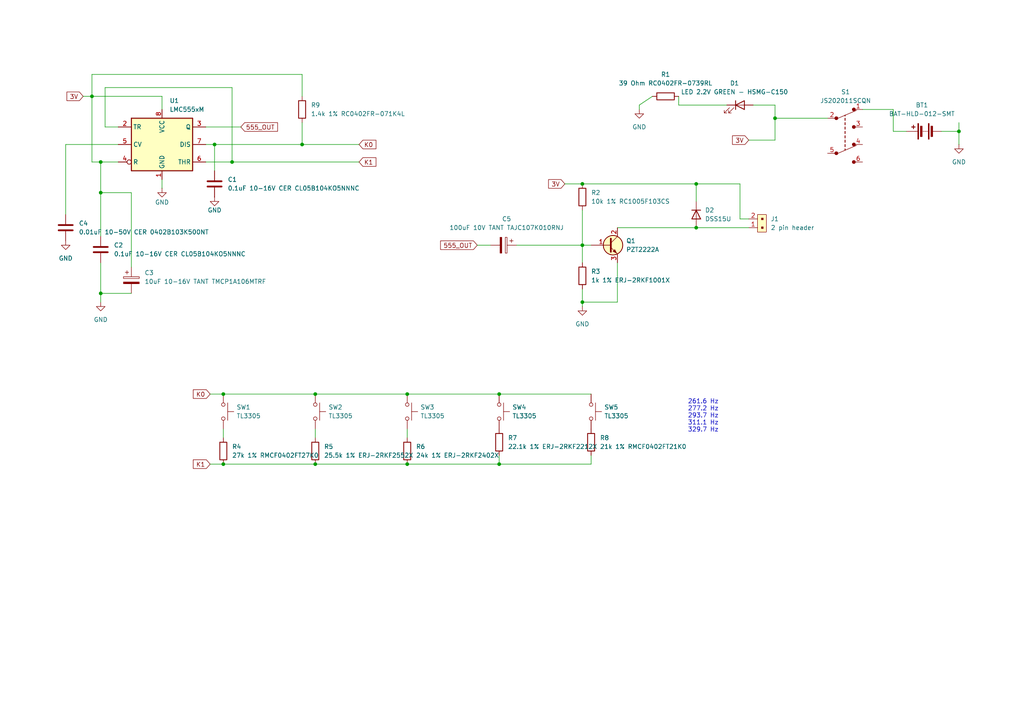
<source format=kicad_sch>
(kicad_sch (version 20231120) (generator "eeschema") (generator_version "8.0")
  (paper "A4")
  (lib_symbols
    (symbol "Device:Battery" (pin_numbers hide) (pin_names (offset 0) hide)
      (property "Reference" "BT" (at 2.54 2.54 0))
      (property "Value" "Battery" (at 2.54 0 0))
      (symbol "Battery_0_1"
        (rectangle (start -2.286 -1.27) (end 2.286 -1.524) (fill (type outline)))
        (rectangle (start -2.286 1.778) (end 2.286 1.524) (fill (type outline)))
        (rectangle (start -1.524 -2.032) (end 1.524 -2.54) (fill (type outline)))
        (rectangle (start -1.524 1.016) (end 1.524 0.508) (fill (type outline)))
        (polyline (pts (xy 0 -1.016) (xy 0 -0.762)))
        (polyline (pts (xy 0 -0.508) (xy 0 -0.254)))
        (polyline (pts (xy 0 0) (xy 0 0.254)))
        (polyline (pts (xy 0 1.778) (xy 0 2.54)))
        (polyline (pts (xy 0.762 3.048) (xy 1.778 3.048)) (stroke (width 0.254)))
        (polyline (pts (xy 1.27 3.556) (xy 1.27 2.54)) (stroke (width 0.254)))
      )
      (symbol "Battery_1_1"
        (pin passive line (at 0 5.08 270) (length 2.54) (name "+") (number "1"))
        (pin passive line (at 0 -5.08 90) (length 2.54) (name "-") (number "2"))
      )
    )
    (symbol "Device:C" (pin_numbers hide) (pin_names (offset 0.254))
      (property "Reference" "C" (at 0.635 2.54 0))
      (property "Value" "C" (at 0.635 -2.54 0))
      (symbol "C_0_1"
        (polyline (pts (xy -2.032 -0.762) (xy 2.032 -0.762)) (stroke (width 0.508)))
        (polyline (pts (xy -2.032 0.762) (xy 2.032 0.762)) (stroke (width 0.508)))
      )
      (symbol "C_1_1"
        (pin passive line (at 0 3.81 270) (length 2.794) (name "~") (number "1"))
        (pin passive line (at 0 -3.81 90) (length 2.794) (name "~") (number "2"))
      )
    )
    (symbol "Device:C_Polarized" (pin_numbers hide) (pin_names (offset 0.254))
      (property "Reference" "C" (at 0.635 2.54 0))
      (property "Value" "C_Polarized" (at 0.635 -2.54 0))
      (symbol "C_Polarized_0_1"
        (rectangle (start -2.286 0.508) (end 2.286 1.016))
        (polyline (pts (xy -1.778 2.286) (xy -0.762 2.286)))
        (polyline (pts (xy -1.27 2.794) (xy -1.27 1.778)))
        (rectangle (start 2.286 -0.508) (end -2.286 -1.016) (fill (type outline)))
      )
      (symbol "C_Polarized_1_1"
        (pin passive line (at 0 3.81 270) (length 2.794) (name "~") (number "1"))
        (pin passive line (at 0 -3.81 90) (length 2.794) (name "~") (number "2"))
      )
    )
    (symbol "Device:D" (pin_numbers hide) (pin_names (offset 1.016) hide)
      (property "Reference" "D" (at 0 2.54 0))
      (property "Value" "D" (at 0 -2.54 0))
      (symbol "D_0_1"
        (polyline (pts (xy -1.27 1.27) (xy -1.27 -1.27)) (stroke (width 0.254)))
        (polyline (pts (xy 1.27 0) (xy -1.27 0)))
        (polyline (pts (xy 1.27 1.27) (xy 1.27 -1.27) (xy -1.27 0) (xy 1.27 1.27)) (stroke (width 0.254)))
      )
      (symbol "D_1_1"
        (pin passive line (at -3.81 0 0) (length 2.54) (name "K") (number "1"))
        (pin passive line (at 3.81 0 180) (length 2.54) (name "A") (number "2"))
      )
    )
    (symbol "Device:LED" (pin_numbers hide) (pin_names (offset 1.016) hide)
      (property "Reference" "D" (at 0 2.54 0))
      (property "Value" "LED" (at 0 -2.54 0))
      (symbol "LED_0_1"
        (polyline (pts (xy -1.27 -1.27) (xy -1.27 1.27)) (stroke (width 0.254)))
        (polyline (pts (xy -1.27 0) (xy 1.27 0)))
        (polyline (pts (xy 1.27 -1.27) (xy 1.27 1.27) (xy -1.27 0) (xy 1.27 -1.27)) (stroke (width 0.254)))
        (polyline (pts (xy -3.048 -0.762) (xy -4.572 -2.286) (xy -3.81 -2.286) (xy -4.572 -2.286) (xy -4.572 -1.524)))
        (polyline (pts (xy -1.778 -0.762) (xy -3.302 -2.286) (xy -2.54 -2.286) (xy -3.302 -2.286) (xy -3.302 -1.524)))
      )
      (symbol "LED_1_1"
        (pin passive line (at -3.81 0 0) (length 2.54) (name "K") (number "1"))
        (pin passive line (at 3.81 0 180) (length 2.54) (name "A") (number "2"))
      )
    )
    (symbol "Device:R" (pin_numbers hide) (pin_names (offset 0))
      (property "Reference" "R" (at 2.032 0 90))
      (property "Value" "R" (at 0 0 90))
      (symbol "R_0_1"
        (rectangle (start -1.016 -2.54) (end 1.016 2.54) (stroke (width 0.254)))
      )
      (symbol "R_1_1"
        (pin passive line (at 0 3.81 270) (length 1.27) (name "~") (number "1"))
        (pin passive line (at 0 -3.81 90) (length 1.27) (name "~") (number "2"))
      )
    )
    (symbol "PCM_Transistor_BJT_AKL:PZT2222A" (pin_names hide)
      (property "Reference" "Q" (at 5.08 1.27 0))
      (property "Value" "PZT2222A" (at 5.08 -1.27 0))
      (symbol "PZT2222A_0_1"
        (polyline (pts (xy 0.635 0.635) (xy 2.54 2.54)))
        (polyline (pts (xy 0.635 -0.635) (xy 2.54 -2.54) (xy 2.54 -2.54)))
        (polyline (pts (xy 0.635 1.905) (xy 0.635 -1.905) (xy 0.635 -1.905)) (stroke (width 0.508)))
        (polyline (pts (xy 1.27 -1.778) (xy 1.778 -1.27) (xy 2.286 -2.286) (xy 1.27 -1.778) (xy 1.27 -1.778)) (fill (type outline)))
        (circle (center 1.27 0) (radius 2.8194) (stroke (width 0.254)) (fill (type background)))
      )
      (symbol "PZT2222A_1_1"
        (pin input line (at -5.08 0 0) (length 5.715) (name "B") (number "1"))
        (pin passive line (at 2.54 5.08 270) (length 2.54) (name "C") (number "2"))
        (pin passive line (at 2.54 -5.08 90) (length 2.54) (name "E") (number "3"))
      )
    )
    (symbol "Switch:SW_Push" (pin_numbers hide) (pin_names (offset 1.016) hide)
      (property "Reference" "SW" (at 1.27 2.54 0))
      (property "Value" "SW_Push" (at 0 -1.524 0))
      (symbol "SW_Push_0_1"
        (circle (center -2.032 0) (radius 0.508))
        (polyline (pts (xy 0 1.27) (xy 0 3.048)))
        (polyline (pts (xy 2.54 1.27) (xy -2.54 1.27)))
        (circle (center 2.032 0) (radius 0.508))
        (pin passive line (at -5.08 0 0) (length 2.54) (name "1") (number "1"))
        (pin passive line (at 5.08 0 180) (length 2.54) (name "2") (number "2"))
      )
    )
    (symbol "Timer:LMC555xM"
      (property "Reference" "U" (at -10.16 8.89 0))
      (property "Value" "LMC555xM" (at 2.54 8.89 0))
      (symbol "LMC555xM_0_0"
        (pin power_in line (at 0 -10.16 90) (length 2.54) (name "GND") (number "1"))
        (pin power_in line (at 0 10.16 270) (length 2.54) (name "VCC") (number "8"))
      )
      (symbol "LMC555xM_0_1"
        (rectangle (start -8.89 -7.62) (end 8.89 7.62) (stroke (width 0.254)) (fill (type background)))
        (rectangle (start -8.89 -7.62) (end 8.89 7.62) (stroke (width 0.254)) (fill (type background)))
      )
      (symbol "LMC555xM_1_1"
        (pin input line (at -12.7 5.08 0) (length 3.81) (name "TR") (number "2"))
        (pin output line (at 12.7 5.08 180) (length 3.81) (name "Q") (number "3"))
        (pin input inverted (at -12.7 -5.08 0) (length 3.81) (name "R") (number "4"))
        (pin input line (at -12.7 0 0) (length 3.81) (name "CV") (number "5"))
        (pin input line (at 12.7 -5.08 180) (length 3.81) (name "THR") (number "6"))
        (pin input line (at 12.7 0 180) (length 3.81) (name "DIS") (number "7"))
      )
    )
    (symbol "dk_Rectangular-Connectors-Headers-Male-Pins:22-23-2021" (pin_names (offset 1.016))
      (property "Reference" "J" (at -2.54 1.27 0))
      (property "Value" "22-23-2021" (at 1.27 -3.81 0))
      (symbol "22-23-2021_1_1"
        (rectangle (start -1.27 0) (end 3.81 -2.54) (fill (type background)))
        (rectangle (start -0.254 -1.143) (end 0.254 -1.651) (fill (type outline)))
        (rectangle (start 2.286 -1.143) (end 2.794 -1.651) (fill (type outline)))
        (pin passive line (at 0 2.54 270) (length 2.54) (name "~") (number "1"))
        (pin passive line (at 2.54 2.54 270) (length 2.54) (name "~") (number "2"))
      )
    )
    (symbol "dk_Slide-Switches:JS202011SCQN" (pin_names (offset 0))
      (property "Reference" "S" (at -3.81 8.255 0))
      (property "Value" "JS202011SCQN" (at 0 -11.43 0))
      (symbol "JS202011SCQN_0_1"
        (circle (center -2.54 -5.08) (radius 0.4572) (fill (type outline)))
        (circle (center -2.54 5.08) (radius 0.4572) (fill (type outline)))
        (polyline (pts (xy -2.032 -5.08) (xy 3.302 -2.794)))
        (polyline (pts (xy -2.032 5.08) (xy 3.302 7.366)))
        (polyline (pts (xy 0 -3.81) (xy 0 -4.191)) (stroke (width 0.254)))
        (polyline (pts (xy 0 -2.54) (xy 0 -3.175)) (stroke (width 0.254)))
        (polyline (pts (xy 0 -1.27) (xy 0 -1.905)) (stroke (width 0.254)))
        (polyline (pts (xy 0 0) (xy 0 -0.635)) (stroke (width 0.254)))
        (polyline (pts (xy 0 1.27) (xy 0 0.635)) (stroke (width 0.254)))
        (polyline (pts (xy 0 2.54) (xy 0 1.905)) (stroke (width 0.254)))
        (polyline (pts (xy 0 3.81) (xy 0 3.175)) (stroke (width 0.254)))
        (polyline (pts (xy 0 5.08) (xy 0 4.445)) (stroke (width 0.254)))
        (polyline (pts (xy 0 5.969) (xy 0 5.715)) (stroke (width 0.254)))
        (circle (center 2.54 -7.62) (radius 0.4572) (fill (type outline)))
        (circle (center 2.54 -2.54) (radius 0.4572) (fill (type outline)))
        (circle (center 2.54 2.54) (radius 0.4572) (fill (type outline)))
        (circle (center 2.54 7.62) (radius 0.4572) (fill (type outline)))
      )
      (symbol "JS202011SCQN_1_1"
        (pin passive line (at 5.08 7.62 180) (length 2.54) (name "~") (number "1"))
        (pin passive line (at -5.08 5.08 0) (length 2.54) (name "~") (number "2"))
        (pin passive line (at 5.08 2.54 180) (length 2.54) (name "~") (number "3"))
        (pin passive line (at 5.08 -2.54 180) (length 2.54) (name "~") (number "4"))
        (pin passive line (at -5.08 -5.08 0) (length 2.54) (name "~") (number "5"))
        (pin passive line (at 5.08 -7.62 180) (length 2.54) (name "~") (number "6"))
      )
    )
    (symbol "power:GND" (power) (pin_numbers hide) (pin_names (offset 0) hide)
      (property "Value" "GND" (at 0 -3.81 0))
      (symbol "GND_0_1"
        (polyline (pts (xy 0 0) (xy 0 -1.27) (xy 1.27 -1.27) (xy 0 -2.54) (xy -1.27 -1.27) (xy 0 -1.27)))
      )
      (symbol "GND_1_1"
        (pin power_in line (at 0 0 270) (length 0) (name "~") (number "1"))
      )
    )
  )
  (junction (at 224.79 34.29))
  (junction (at 67.31 46.99))
  (junction (at 29.21 85.09))
  (junction (at 118.11 134.62))
  (junction (at 144.78 114.3))
  (junction (at 278.13 38.1))
  (junction (at 29.21 46.99))
  (junction (at 201.93 53.34))
  (junction (at 168.91 71.12))
  (junction (at 168.91 87.63))
  (junction (at 91.44 134.62))
  (junction (at 62.23 41.91))
  (junction (at 26.67 27.94))
  (junction (at 144.78 134.62))
  (junction (at 168.91 53.34))
  (junction (at 91.44 114.3))
  (junction (at 118.11 114.3))
  (junction (at 29.21 55.88))
  (junction (at 64.77 114.3))
  (junction (at 87.63 41.91))
  (junction (at 64.77 134.62))
  (junction (at 201.93 66.04))
  (wire (pts (xy 149.86 71.12) (xy 168.91 71.12)))
  (wire (pts (xy 217.17 63.5) (xy 214.63 63.5)))
  (wire (pts (xy 196.85 27.94) (xy 196.85 30.48)))
  (wire (pts (xy 91.44 114.3) (xy 118.11 114.3)))
  (wire (pts (xy 59.69 41.91) (xy 62.23 41.91)))
  (wire (pts (xy 179.07 87.63) (xy 168.91 87.63)))
  (wire (pts (xy 168.91 71.12) (xy 171.45 71.12)))
  (wire (pts (xy 30.48 36.83) (xy 30.48 25.4)))
  (wire (pts (xy 67.31 25.4) (xy 67.31 46.99)))
  (wire (pts (xy 214.63 53.34) (xy 201.93 53.34)))
  (wire (pts (xy 168.91 53.34) (xy 201.93 53.34)))
  (wire (pts (xy 224.79 34.29) (xy 224.79 40.64)))
  (wire (pts (xy 224.79 30.48) (xy 224.79 34.29)))
  (wire (pts (xy 29.21 87.63) (xy 29.21 85.09)))
  (wire (pts (xy 30.48 25.4) (xy 67.31 25.4)))
  (wire (pts (xy 142.24 71.12) (xy 138.43 71.12)))
  (wire (pts (xy 87.63 35.56) (xy 87.63 41.91)))
  (wire (pts (xy 214.63 63.5) (xy 214.63 53.34)))
  (wire (pts (xy 46.99 27.94) (xy 26.67 27.94)))
  (wire (pts (xy 24.13 27.94) (xy 26.67 27.94)))
  (wire (pts (xy 179.07 66.04) (xy 201.93 66.04)))
  (wire (pts (xy 29.21 55.88) (xy 29.21 46.99)))
  (wire (pts (xy 19.05 41.91) (xy 19.05 62.23)))
  (wire (pts (xy 64.77 124.46) (xy 64.77 127)))
  (wire (pts (xy 64.77 134.62) (xy 91.44 134.62)))
  (wire (pts (xy 60.96 114.3) (xy 64.77 114.3)))
  (wire (pts (xy 59.69 36.83) (xy 69.85 36.83)))
  (wire (pts (xy 144.78 114.3) (xy 118.11 114.3)))
  (wire (pts (xy 46.99 52.07) (xy 46.99 54.61)))
  (wire (pts (xy 29.21 68.58) (xy 29.21 55.88)))
  (wire (pts (xy 64.77 114.3) (xy 91.44 114.3)))
  (wire (pts (xy 26.67 27.94) (xy 26.67 46.99)))
  (wire (pts (xy 34.29 36.83) (xy 30.48 36.83)))
  (wire (pts (xy 171.45 114.3) (xy 144.78 114.3)))
  (wire (pts (xy 262.89 38.1) (xy 259.08 38.1)))
  (wire (pts (xy 171.45 134.62) (xy 171.45 132.08)))
  (wire (pts (xy 185.42 30.48) (xy 185.42 31.75)))
  (wire (pts (xy 29.21 55.88) (xy 38.1 55.88)))
  (wire (pts (xy 259.08 38.1) (xy 259.08 31.75)))
  (wire (pts (xy 60.96 134.62) (xy 64.77 134.62)))
  (wire (pts (xy 67.31 46.99) (xy 59.69 46.99)))
  (wire (pts (xy 118.11 124.46) (xy 118.11 127)))
  (wire (pts (xy 189.23 27.94) (xy 185.42 30.48)))
  (wire (pts (xy 218.44 30.48) (xy 224.79 30.48)))
  (wire (pts (xy 168.91 83.82) (xy 168.91 87.63)))
  (wire (pts (xy 38.1 85.09) (xy 29.21 85.09)))
  (wire (pts (xy 91.44 124.46) (xy 91.44 127)))
  (wire (pts (xy 278.13 35.56) (xy 278.13 38.1)))
  (wire (pts (xy 67.31 46.99) (xy 104.14 46.99)))
  (wire (pts (xy 62.23 41.91) (xy 87.63 41.91)))
  (wire (pts (xy 273.05 38.1) (xy 278.13 38.1)))
  (wire (pts (xy 163.83 53.34) (xy 168.91 53.34)))
  (wire (pts (xy 118.11 134.62) (xy 144.78 134.62)))
  (wire (pts (xy 29.21 46.99) (xy 34.29 46.99)))
  (wire (pts (xy 144.78 134.62) (xy 171.45 134.62)))
  (wire (pts (xy 278.13 38.1) (xy 278.13 41.91)))
  (wire (pts (xy 87.63 41.91) (xy 104.14 41.91)))
  (wire (pts (xy 217.17 66.04) (xy 201.93 66.04)))
  (wire (pts (xy 62.23 49.53) (xy 62.23 41.91)))
  (wire (pts (xy 87.63 21.59) (xy 87.63 27.94)))
  (wire (pts (xy 26.67 46.99) (xy 29.21 46.99)))
  (wire (pts (xy 19.05 41.91) (xy 34.29 41.91)))
  (wire (pts (xy 259.08 31.75) (xy 250.19 31.75)))
  (wire (pts (xy 196.85 30.48) (xy 210.82 30.48)))
  (wire (pts (xy 26.67 21.59) (xy 87.63 21.59)))
  (wire (pts (xy 168.91 60.96) (xy 168.91 71.12)))
  (wire (pts (xy 91.44 134.62) (xy 118.11 134.62)))
  (wire (pts (xy 168.91 87.63) (xy 168.91 88.9)))
  (wire (pts (xy 144.78 134.62) (xy 144.78 132.08)))
  (wire (pts (xy 201.93 53.34) (xy 201.93 58.42)))
  (wire (pts (xy 46.99 31.75) (xy 46.99 27.94)))
  (wire (pts (xy 26.67 27.94) (xy 26.67 21.59)))
  (wire (pts (xy 217.17 40.64) (xy 224.79 40.64)))
  (wire (pts (xy 240.03 34.29) (xy 224.79 34.29)))
  (wire (pts (xy 38.1 77.47) (xy 38.1 55.88)))
  (wire (pts (xy 179.07 76.2) (xy 179.07 87.63)))
  (wire (pts (xy 168.91 76.2) (xy 168.91 71.12)))
  (wire (pts (xy 29.21 85.09) (xy 29.21 76.2)))
  (text "261.6 Hz\n277.2 Hz\n293.7 Hz\n311.1 Hz\n329.7 Hz" (at 203.962 120.65 0) (effects (font (size 1.27 1.27))))
  (global_label "K0" (shape input) (at 60.96 114.3 180) (property "Intersheetrefs" "${INTERSHEET_REFS}" (effects (hide yes))))
  (global_label "K1" (shape input) (at 104.14 46.99 0) (property "Intersheetrefs" "${INTERSHEET_REFS}" (effects (hide yes))))
  (global_label "K1" (shape input) (at 60.96 134.62 180) (property "Intersheetrefs" "${INTERSHEET_REFS}" (effects (hide yes))))
  (global_label "K0" (shape input) (at 104.14 41.91 0) (property "Intersheetrefs" "${INTERSHEET_REFS}" (effects (hide yes))))
  (global_label "3V" (shape input) (at 163.83 53.34 180) (property "Intersheetrefs" "${INTERSHEET_REFS}" (effects (hide yes))))
  (global_label "555_OUT" (shape input) (at 69.85 36.83 0) (property "Intersheetrefs" "${INTERSHEET_REFS}" (effects (hide yes))))
  (global_label "3V" (shape input) (at 217.17 40.64 180) (property "Intersheetrefs" "${INTERSHEET_REFS}" (effects (hide yes))))
  (global_label "555_OUT" (shape input) (at 138.43 71.12 180) (property "Intersheetrefs" "${INTERSHEET_REFS}" (effects (hide yes))))
  (global_label "3V" (shape input) (at 24.13 27.94 180) (property "Intersheetrefs" "${INTERSHEET_REFS}" (effects (hide yes))))
  (symbol (lib_id "PCM_Transistor_BJT_AKL:PZT2222A") (at 176.53 71.12 0) (unit 1)
    (property "Reference" "Q1" (at 181.61 69.8499 0) (effects (justify left)))
    (property "Value" "PZT2222A" (at 181.61 72.3899 0) (effects (justify left)))
    (property "Footprint" "PCM_Package_TO_SOT_SMD_AKL:SOT-223-3_TabPin2" (effects (hide yes)))
    (property "Datasheet" "https://www.tme.eu/Document/8cf0701d57e2839da7a4ad1ce8245d70/PZT2222A.pdf" (effects (hide yes)))
    (property "Description" "NPN SOT-223 transistor, 40V, 600mA, 1.15W, Alternate KiCAD Library" (effects (hide yes)))
  )
  (symbol (lib_id "Device:C_Polarized") (at 146.05 71.12 270) (unit 1)
    (property "Reference" "C5" (at 146.939 63.5 90))
    (property "Value" "100uF 10V TANT TAJC107K010RNJ" (at 146.939 66.04 90))
    (property "Footprint" "Capacitor_Tantalum_SMD:CP_EIA-6032-15_Kemet-U" (effects (hide yes)))
    (property "Description" "Polarized capacitor" (effects (hide yes)))
  )
  (symbol (lib_id "Device:Battery") (at 267.97 38.1 90) (unit 1)
    (property "Reference" "BT1" (at 267.3985 30.48 90))
    (property "Value" "BAT-HLD-012-SMT" (at 267.3985 33.02 90))
    (property "Footprint" "Battery:BatteryHolder_LINX_BAT-HLD-012-SMT" (effects (hide yes)))
    (property "Description" "Multiple-cell battery" (effects (hide yes)))
  )
  (symbol (lib_id "Device:R") (at 168.91 80.01 0) (unit 1)
    (property "Reference" "R3" (at 171.45 78.7399 0) (effects (justify left)))
    (property "Value" "1k 1% ERJ-2RKF1001X" (at 171.45 81.2799 0) (effects (justify left)))
    (property "Footprint" "PCM_Resistor_SMD_AKL:R_0402_1005Metric" (effects (hide yes)))
    (property "Description" "Resistor" (effects (hide yes)))
  )
  (symbol (lib_id "power:GND") (at 46.99 54.61 0) (unit 1)
    (property "Reference" "#PWR02" (effects (hide yes)))
    (property "Value" "GND" (at 46.99 58.674 0))
    (property "Description" "Power symbol creates a global label with name \"GND\" , ground" (effects (hide yes)))
  )
  (symbol (lib_id "Device:R") (at 168.91 57.15 0) (unit 1)
    (property "Reference" "R2" (at 171.45 55.8799 0) (effects (justify left)))
    (property "Value" "10k 1% RC1005F103CS" (at 171.45 58.4199 0) (effects (justify left)))
    (property "Footprint" "PCM_Resistor_SMD_AKL:R_0402_1005Metric" (effects (hide yes)))
    (property "Description" "Resistor" (effects (hide yes)))
  )
  (symbol (lib_id "Timer:LMC555xM") (at 46.99 41.91 0) (unit 1)
    (property "Reference" "U1" (at 49.1841 29.21 0) (effects (justify left)))
    (property "Value" "LMC555xM" (at 49.1841 31.75 0) (effects (justify left)))
    (property "Footprint" "Package_SO:SOIC-8_3.9x4.9mm_P1.27mm" (effects (hide yes)))
    (property "Datasheet" "http://www.ti.com/lit/ds/symlink/lmc555.pdf" (effects (hide yes)))
    (property "Description" "CMOS Timer, 555 compatible, SOIC-8" (effects (hide yes)))
  )
  (symbol (lib_id "power:GND") (at 62.23 57.15 0) (unit 1)
    (property "Reference" "#PWR04" (effects (hide yes)))
    (property "Value" "GND" (at 62.23 60.96 0))
    (property "Description" "Power symbol creates a global label with name \"GND\" , ground" (effects (hide yes)))
  )
  (symbol (lib_id "power:GND") (at 278.13 41.91 0) (unit 1)
    (property "Reference" "#PWR01" (effects (hide yes)))
    (property "Value" "GND" (at 278.13 46.99 0))
    (property "Description" "Power symbol creates a global label with name \"GND\" , ground" (effects (hide yes)))
  )
  (symbol (lib_id "Device:R") (at 171.45 128.27 0) (unit 1)
    (property "Reference" "R8" (at 173.99 126.9999 0) (effects (justify left)))
    (property "Value" "21k 1% RMCF0402FT21K0" (at 173.99 129.5399 0) (effects (justify left)))
    (property "Footprint" "PCM_Resistor_SMD_AKL:R_0402_1005Metric" (effects (hide yes)))
    (property "Description" "Resistor" (effects (hide yes)))
  )
  (symbol (lib_id "Device:R") (at 144.78 128.27 0) (unit 1)
    (property "Reference" "R7" (at 147.32 126.9999 0) (effects (justify left)))
    (property "Value" "22.1k 1% ERJ-2RKF2212X" (at 147.32 129.5399 0) (effects (justify left)))
    (property "Footprint" "PCM_Resistor_SMD_AKL:R_0402_1005Metric" (effects (hide yes)))
    (property "Description" "Resistor" (effects (hide yes)))
  )
  (symbol (lib_id "Device:C") (at 19.05 66.04 0) (unit 1)
    (property "Reference" "C4" (at 22.86 64.7699 0) (effects (justify left)))
    (property "Value" "0.01uF 10-50V CER 0402B103K500NT" (at 22.86 67.3099 0) (effects (justify left)))
    (property "Footprint" "Capacitor_SMD:C_0402_1005Metric" (effects (hide yes)))
    (property "Description" "Unpolarized capacitor" (effects (hide yes)))
  )
  (symbol (lib_id "Device:R") (at 64.77 130.81 0) (unit 1)
    (property "Reference" "R4" (at 67.31 129.5399 0) (effects (justify left)))
    (property "Value" "27k 1% RMCF0402FT27K0" (at 67.31 132.0799 0) (effects (justify left)))
    (property "Footprint" "PCM_Resistor_SMD_AKL:R_0402_1005Metric" (effects (hide yes)))
    (property "Description" "Resistor" (effects (hide yes)))
  )
  (symbol (lib_id "Device:R") (at 91.44 130.81 0) (unit 1)
    (property "Reference" "R5" (at 93.98 129.5399 0) (effects (justify left)))
    (property "Value" "25.5k 1% ERJ-2RKF2552X" (at 93.98 132.0799 0) (effects (justify left)))
    (property "Footprint" "PCM_Resistor_SMD_AKL:R_0402_1005Metric" (effects (hide yes)))
    (property "Description" "Resistor" (effects (hide yes)))
  )
  (symbol (lib_id "Switch:SW_Push") (at 144.78 119.38 270) (unit 1)
    (property "Reference" "SW4" (at 148.59 118.1099 90) (effects (justify left)))
    (property "Value" "TL3305" (at 148.59 120.6499 90) (effects (justify left)))
    (property "Footprint" "Button_Switch_SMD:SW_SPST_TL3305B" (effects (hide yes)))
    (property "Description" "Push button switch, generic, two pins" (effects (hide yes)))
  )
  (symbol (lib_id "Device:C_Polarized") (at 38.1 81.28 0) (unit 1)
    (property "Reference" "C3" (at 41.91 79.1209 0) (effects (justify left)))
    (property "Value" "10uF 10-16V TANT TMCP1A106MTRF" (at 41.91 81.6609 0) (effects (justify left)))
    (property "Footprint" "Capacitor_Tantalum_SMD:CP_EIA-2012-12_Kemet-R" (effects (hide yes)))
    (property "Description" "Polarized capacitor" (effects (hide yes)))
  )
  (symbol (lib_id "dk_Rectangular-Connectors-Headers-Male-Pins:22-23-2021") (at 219.71 66.04 90) (unit 1)
    (property "Reference" "J1" (at 223.52 63.4999 90) (effects (justify right)))
    (property "Value" "2 pin header" (at 223.52 66.0399 90) (effects (justify right)))
    (property "Footprint" "digikey-footprints:PinHeader_1x2_P2.54mm_Drill1.02mm" (effects (hide yes)))
    (property "Datasheet" "https://media.digikey.com/pdf/Data%20Sheets/Molex%20PDFs/A-6373-N_Series_Dwg_2010-12-03.pdf" (effects (hide yes)))
    (property "Description" "CONN HEADER VERT 2POS 2.54MM" (effects (hide yes)))
    (property "Digi-Key_PN" "WM4200-ND" (effects (hide yes)))
    (property "MPN" "22-23-2021" (effects (hide yes)))
    (property "Category" "Connectors, Interconnects" (effects (hide yes)))
    (property "Family" "Rectangular Connectors - Headers, Male Pins" (effects (hide yes)))
    (property "DK_Datasheet_Link" "https://media.digikey.com/pdf/Data%20Sheets/Molex%20PDFs/A-6373-N_Series_Dwg_2010-12-03.pdf" (effects (hide yes)))
    (property "DK_Detail_Page" "/product-detail/en/molex/22-23-2021/WM4200-ND/26667" (effects (hide yes)))
    (property "Description_1" "CONN HEADER VERT 2POS 2.54MM" (effects (hide yes)))
    (property "Manufacturer" "Molex" (effects (hide yes)))
    (property "Status" "Active" (effects (hide yes)))
  )
  (symbol (lib_id "Device:R") (at 193.04 27.94 270) (unit 1)
    (property "Reference" "R1" (at 193.04 21.59 90))
    (property "Value" "39 Ohm RC0402FR-0739RL" (at 193.04 24.13 90))
    (property "Footprint" "PCM_Resistor_SMD_AKL:R_0402_1005Metric" (effects (hide yes)))
    (property "Description" "Resistor" (effects (hide yes)))
  )
  (symbol (lib_id "Switch:SW_Push") (at 171.45 119.38 270) (unit 1)
    (property "Reference" "SW5" (at 175.26 118.1099 90) (effects (justify left)))
    (property "Value" "TL3305" (at 175.26 120.6499 90) (effects (justify left)))
    (property "Footprint" "Button_Switch_SMD:SW_SPST_TL3305B" (effects (hide yes)))
    (property "Description" "Push button switch, generic, two pins" (effects (hide yes)))
  )
  (symbol (lib_id "power:GND") (at 19.05 69.85 0) (unit 1)
    (property "Reference" "#PWR06" (effects (hide yes)))
    (property "Value" "GND" (at 19.05 74.93 0))
    (property "Description" "Power symbol creates a global label with name \"GND\" , ground" (effects (hide yes)))
  )
  (symbol (lib_id "power:GND") (at 185.42 31.75 0) (unit 1)
    (property "Reference" "#PWR03" (effects (hide yes)))
    (property "Value" "GND" (at 185.42 36.83 0))
    (property "Description" "Power symbol creates a global label with name \"GND\" , ground" (effects (hide yes)))
  )
  (symbol (lib_id "Device:LED") (at 214.63 30.48 0) (unit 1)
    (property "Reference" "D1" (at 213.0425 24.13 0))
    (property "Value" "LED 2.2V GREEN - HSMG-C150" (at 213.0425 26.67 0))
    (property "Footprint" "LED_SMD:LED_1206_3216Metric_Pad1.42x1.75mm_HandSolder" (effects (hide yes)))
    (property "Description" "Light emitting diode" (effects (hide yes)))
  )
  (symbol (lib_id "dk_Slide-Switches:JS202011SCQN") (at 245.11 39.37 0) (unit 1)
    (property "Reference" "S1" (at 245.2624 26.67 0))
    (property "Value" "JS202011SCQN" (at 245.2624 29.21 0))
    (property "Footprint" "digikey-footprints:Switch_Slide_JS202011SCQN" (effects (hide yes)))
    (property "Datasheet" "https://www.ckswitches.com/media/1422/js.pdf" (effects (hide yes)))
    (property "Description" "SWITCH SLIDE DPDT 300MA 6V" (effects (hide yes)))
    (property "Digi-Key_PN" "401-2002-1-ND" (effects (hide yes)))
    (property "MPN" "JS202011SCQN" (effects (hide yes)))
    (property "Category" "Switches" (effects (hide yes)))
    (property "Family" "Slide Switches" (effects (hide yes)))
    (property "DK_Datasheet_Link" "https://www.ckswitches.com/media/1422/js.pdf" (effects (hide yes)))
    (property "DK_Detail_Page" "/product-detail/en/c-k/JS202011SCQN/401-2002-1-ND/1640098" (effects (hide yes)))
    (property "Description_1" "SWITCH SLIDE DPDT 300MA 6V" (effects (hide yes)))
    (property "Manufacturer" "C&K" (effects (hide yes)))
    (property "Status" "Active" (effects (hide yes)))
  )
  (symbol (lib_id "Device:C") (at 62.23 53.34 0) (unit 1)
    (property "Reference" "C1" (at 66.04 52.0699 0) (effects (justify left)))
    (property "Value" "0.1uF 10-16V CER CL05B104KO5NNNC" (at 66.04 54.6099 0) (effects (justify left)))
    (property "Footprint" "Capacitor_SMD:C_0402_1005Metric" (effects (hide yes)))
    (property "Description" "Unpolarized capacitor" (effects (hide yes)))
  )
  (symbol (lib_id "Switch:SW_Push") (at 118.11 119.38 270) (unit 1)
    (property "Reference" "SW3" (at 121.92 118.1099 90) (effects (justify left)))
    (property "Value" "TL3305" (at 121.92 120.6499 90) (effects (justify left)))
    (property "Footprint" "Button_Switch_SMD:SW_SPST_TL3305B" (effects (hide yes)))
    (property "Description" "Push button switch, generic, two pins" (effects (hide yes)))
  )
  (symbol (lib_id "Device:R") (at 118.11 130.81 0) (unit 1)
    (property "Reference" "R6" (at 120.65 129.5399 0) (effects (justify left)))
    (property "Value" "24k 1% ERJ-2RKF2402X" (at 120.65 132.0799 0) (effects (justify left)))
    (property "Footprint" "PCM_Resistor_SMD_AKL:R_0402_1005Metric" (effects (hide yes)))
    (property "Description" "Resistor" (effects (hide yes)))
  )
  (symbol (lib_id "power:GND") (at 29.21 87.63 0) (unit 1)
    (property "Reference" "#PWR05" (effects (hide yes)))
    (property "Value" "GND" (at 29.21 92.71 0))
    (property "Description" "Power symbol creates a global label with name \"GND\" , ground" (effects (hide yes)))
  )
  (symbol (lib_id "Switch:SW_Push") (at 64.77 119.38 270) (unit 1)
    (property "Reference" "SW1" (at 68.58 118.1099 90) (effects (justify left)))
    (property "Value" "TL3305" (at 68.58 120.6499 90) (effects (justify left)))
    (property "Footprint" "Button_Switch_SMD:SW_SPST_TL3305B" (effects (hide yes)))
    (property "Description" "Push button switch, generic, two pins" (effects (hide yes)))
  )
  (symbol (lib_id "Device:C") (at 29.21 72.39 0) (unit 1)
    (property "Reference" "C2" (at 33.02 71.1199 0) (effects (justify left)))
    (property "Value" "0.1uF 10-16V CER CL05B104KO5NNNC" (at 33.02 73.6599 0) (effects (justify left)))
    (property "Footprint" "Capacitor_SMD:C_0402_1005Metric" (effects (hide yes)))
    (property "Description" "Unpolarized capacitor" (effects (hide yes)))
  )
  (symbol (lib_id "Device:R") (at 87.63 31.75 0) (unit 1)
    (property "Reference" "R9" (at 90.17 30.4799 0) (effects (justify left)))
    (property "Value" "1.4k 1% RC0402FR-071K4L" (at 90.17 33.0199 0) (effects (justify left)))
    (property "Footprint" "PCM_Resistor_SMD_AKL:R_0402_1005Metric" (effects (hide yes)))
    (property "Description" "Resistor" (effects (hide yes)))
  )
  (symbol (lib_id "Switch:SW_Push") (at 91.44 119.38 270) (unit 1)
    (property "Reference" "SW2" (at 95.25 118.1099 90) (effects (justify left)))
    (property "Value" "TL3305" (at 95.25 120.6499 90) (effects (justify left)))
    (property "Footprint" "Button_Switch_SMD:SW_SPST_TL3305B" (effects (hide yes)))
    (property "Description" "Push button switch, generic, two pins" (effects (hide yes)))
  )
  (symbol (lib_id "Device:D") (at 201.93 62.23 270) (unit 1)
    (property "Reference" "D2" (at 204.47 60.9599 90) (effects (justify left)))
    (property "Value" "DSS15U" (at 204.47 63.4999 90) (effects (justify left)))
    (property "Footprint" "Diode_SMD:D_SOD-123" (effects (hide yes)))
    (property "Description" "Diode" (effects (hide yes)))
    (property "Sim.Device" "D" (effects (hide yes)))
    (property "Sim.Pins" "1=K 2=A" (effects (hide yes)))
  )
  (symbol (lib_id "power:GND") (at 168.91 88.9 0) (unit 1)
    (property "Reference" "#PWR07" (effects (hide yes)))
    (property "Value" "GND" (at 168.91 93.98 0))
    (property "Description" "Power symbol creates a global label with name \"GND\" , ground" (effects (hide yes)))
  )
)
</source>
